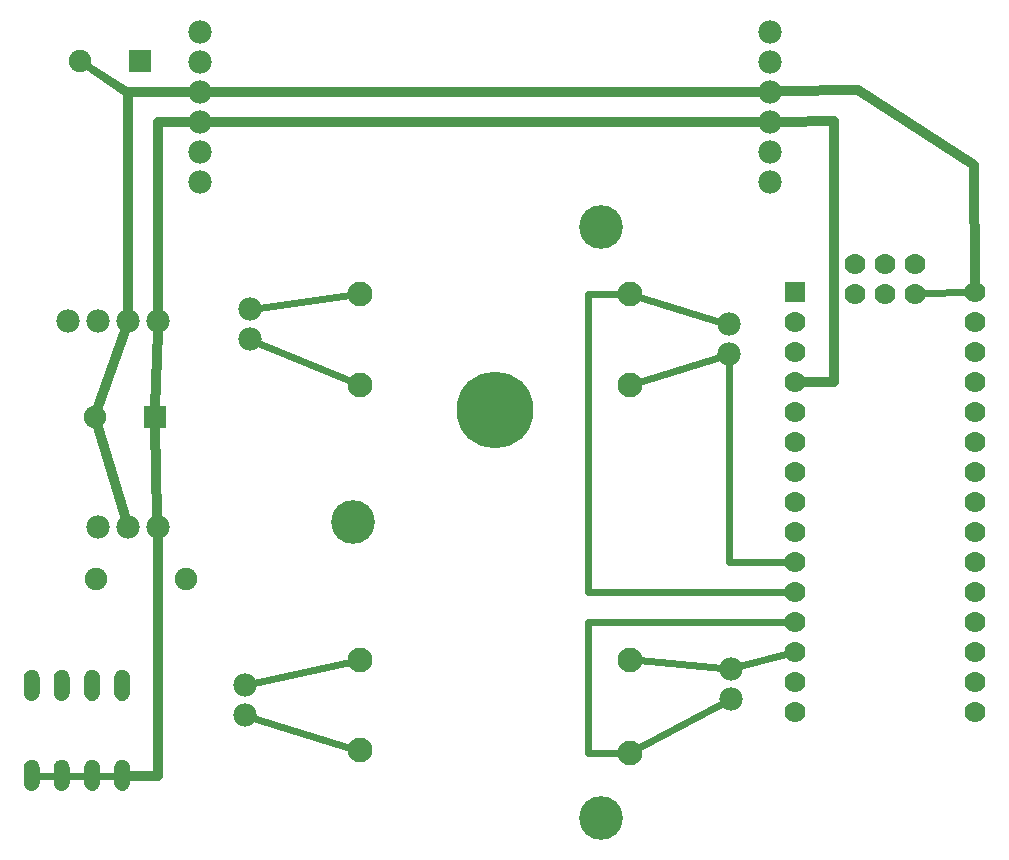
<source format=gbl>
G04 MADE WITH FRITZING*
G04 WWW.FRITZING.ORG*
G04 DOUBLE SIDED*
G04 HOLES PLATED*
G04 CONTOUR ON CENTER OF CONTOUR VECTOR*
%ASAXBY*%
%FSLAX23Y23*%
%MOIN*%
%OFA0B0*%
%SFA1.0B1.0*%
%ADD10C,0.052000*%
%ADD11C,0.075000*%
%ADD12C,0.082677*%
%ADD13C,0.255905*%
%ADD14C,0.145669*%
%ADD15C,0.070000*%
%ADD16C,0.078000*%
%ADD17R,0.069958X0.070000*%
%ADD18R,0.075000X0.075000*%
%ADD19C,0.024000*%
%ADD20C,0.032000*%
%ADD21R,0.001000X0.001000*%
%LNCOPPER0*%
G90*
G70*
G54D10*
X431Y415D03*
X531Y415D03*
X531Y715D03*
X431Y715D03*
X230Y415D03*
X330Y415D03*
X330Y715D03*
X230Y715D03*
G54D11*
X744Y1072D03*
X444Y1072D03*
G54D12*
X1322Y2020D03*
X1322Y1717D03*
X2222Y1717D03*
X2222Y2020D03*
X2222Y491D03*
X2222Y802D03*
X1322Y802D03*
X1322Y499D03*
G54D13*
X1772Y1633D03*
G54D14*
X2126Y2244D03*
X1299Y1259D03*
X2126Y275D03*
G54D12*
X1322Y2020D03*
X1322Y1717D03*
X2222Y1717D03*
X2222Y2020D03*
X2222Y491D03*
X2222Y802D03*
X1322Y802D03*
X1322Y499D03*
G54D13*
X1772Y1633D03*
G54D14*
X2126Y2244D03*
X1299Y1259D03*
X2126Y275D03*
G54D15*
X2772Y2027D03*
X2772Y1927D03*
X2772Y1827D03*
X2772Y1727D03*
X2772Y1627D03*
X2772Y1527D03*
X2772Y1427D03*
X2772Y1327D03*
X2772Y1227D03*
X2772Y1127D03*
X2772Y1027D03*
X2772Y927D03*
X2772Y827D03*
X2772Y727D03*
X2772Y627D03*
X3372Y2027D03*
X3372Y1927D03*
X3372Y1827D03*
X3372Y1727D03*
X3372Y1627D03*
X3372Y1527D03*
X3372Y1427D03*
X3372Y1327D03*
X3372Y1227D03*
X3372Y1127D03*
X3372Y1027D03*
X3372Y927D03*
X3372Y827D03*
X3372Y727D03*
X3372Y627D03*
X2972Y2122D03*
X2972Y2022D03*
X3072Y2122D03*
X3072Y2022D03*
X3172Y2122D03*
X3172Y2022D03*
G54D16*
X791Y2895D03*
X791Y2795D03*
X791Y2695D03*
X791Y2595D03*
X791Y2495D03*
X791Y2395D03*
X2689Y2895D03*
X2689Y2795D03*
X2689Y2695D03*
X2689Y2595D03*
X2689Y2495D03*
X2689Y2395D03*
X939Y617D03*
X939Y717D03*
X2559Y771D03*
X2559Y671D03*
X2552Y1919D03*
X2552Y1819D03*
X956Y1870D03*
X956Y1970D03*
X351Y1931D03*
X451Y1931D03*
X551Y1931D03*
X651Y1931D03*
X449Y1245D03*
X549Y1245D03*
X649Y1245D03*
G54D11*
X640Y1610D03*
X440Y1610D03*
X590Y2796D03*
X390Y2796D03*
G54D17*
X2772Y2027D03*
G54D18*
X640Y1610D03*
X590Y2796D03*
G54D19*
X544Y2700D02*
X390Y2796D01*
D02*
X761Y2696D02*
X544Y2700D01*
G54D20*
D02*
X651Y2595D02*
X755Y2595D01*
D02*
X651Y1967D02*
X651Y2595D01*
D02*
X2984Y2702D02*
X2724Y2696D01*
D02*
X3370Y2452D02*
X2984Y2702D01*
D02*
X3372Y2061D02*
X3370Y2452D01*
G54D19*
D02*
X3343Y2026D02*
X3202Y2023D01*
G54D20*
D02*
X2653Y2595D02*
X826Y2595D01*
D02*
X650Y1895D02*
X641Y1644D01*
D02*
X641Y1576D02*
X648Y1280D01*
D02*
X2902Y2596D02*
X2724Y2595D01*
D02*
X2902Y1727D02*
X2902Y2595D01*
D02*
X2807Y1727D02*
X2902Y1727D01*
D02*
X649Y415D02*
X564Y415D01*
D02*
X649Y1209D02*
X649Y415D01*
G54D19*
D02*
X257Y415D02*
X303Y415D01*
D02*
X357Y415D02*
X404Y415D01*
D02*
X458Y415D02*
X504Y415D01*
G54D20*
D02*
X450Y1578D02*
X539Y1279D01*
D02*
X539Y1897D02*
X451Y1643D01*
D02*
X2653Y2695D02*
X826Y2695D01*
D02*
X551Y1967D02*
X551Y2695D01*
D02*
X551Y2695D02*
X755Y2695D01*
G54D19*
D02*
X2533Y657D02*
X2251Y506D01*
D02*
X2529Y774D02*
X2254Y799D01*
D02*
X969Y723D02*
X1290Y795D01*
D02*
X2253Y1727D02*
X2523Y1810D01*
D02*
X2552Y1789D02*
X2552Y1127D01*
D02*
X2523Y1928D02*
X2253Y2010D01*
D02*
X543Y2692D02*
X761Y2695D01*
D02*
X414Y2780D02*
X543Y2692D01*
D02*
X986Y1974D02*
X1290Y2016D01*
D02*
X984Y1858D02*
X1292Y1730D01*
D02*
X1291Y508D02*
X968Y608D01*
D02*
X2743Y1027D02*
X2082Y1027D01*
D02*
X2082Y1027D02*
X2082Y2020D01*
D02*
X2082Y2020D02*
X2189Y2020D01*
D02*
X2552Y1127D02*
X2743Y1127D01*
D02*
X2588Y779D02*
X2744Y819D01*
D02*
X2082Y927D02*
X2743Y927D01*
D02*
X2082Y491D02*
X2082Y927D01*
D02*
X2189Y491D02*
X2082Y491D01*
G54D21*
X225Y768D02*
X234Y768D01*
X325Y768D02*
X334Y768D01*
X426Y768D02*
X435Y768D01*
X526Y768D02*
X535Y768D01*
X221Y767D02*
X237Y767D01*
X321Y767D02*
X337Y767D01*
X422Y767D02*
X439Y767D01*
X522Y767D02*
X539Y767D01*
X219Y766D02*
X240Y766D01*
X319Y766D02*
X340Y766D01*
X420Y766D02*
X441Y766D01*
X520Y766D02*
X541Y766D01*
X217Y765D02*
X241Y765D01*
X317Y765D02*
X341Y765D01*
X418Y765D02*
X443Y765D01*
X518Y765D02*
X543Y765D01*
X215Y764D02*
X243Y764D01*
X315Y764D02*
X343Y764D01*
X416Y764D02*
X445Y764D01*
X516Y764D02*
X545Y764D01*
X214Y763D02*
X244Y763D01*
X314Y763D02*
X344Y763D01*
X415Y763D02*
X446Y763D01*
X515Y763D02*
X546Y763D01*
X213Y762D02*
X246Y762D01*
X313Y762D02*
X346Y762D01*
X414Y762D02*
X447Y762D01*
X514Y762D02*
X547Y762D01*
X211Y761D02*
X247Y761D01*
X311Y761D02*
X347Y761D01*
X413Y761D02*
X448Y761D01*
X513Y761D02*
X548Y761D01*
X211Y760D02*
X248Y760D01*
X311Y760D02*
X348Y760D01*
X412Y760D02*
X449Y760D01*
X512Y760D02*
X549Y760D01*
X210Y759D02*
X249Y759D01*
X310Y759D02*
X349Y759D01*
X411Y759D02*
X450Y759D01*
X511Y759D02*
X550Y759D01*
X209Y758D02*
X249Y758D01*
X309Y758D02*
X349Y758D01*
X410Y758D02*
X451Y758D01*
X510Y758D02*
X551Y758D01*
X208Y757D02*
X250Y757D01*
X308Y757D02*
X350Y757D01*
X409Y757D02*
X451Y757D01*
X509Y757D02*
X551Y757D01*
X208Y756D02*
X251Y756D01*
X308Y756D02*
X351Y756D01*
X409Y756D02*
X452Y756D01*
X509Y756D02*
X552Y756D01*
X207Y755D02*
X251Y755D01*
X307Y755D02*
X351Y755D01*
X408Y755D02*
X453Y755D01*
X508Y755D02*
X553Y755D01*
X206Y754D02*
X252Y754D01*
X306Y754D02*
X352Y754D01*
X408Y754D02*
X453Y754D01*
X508Y754D02*
X553Y754D01*
X206Y753D02*
X252Y753D01*
X306Y753D02*
X352Y753D01*
X407Y753D02*
X454Y753D01*
X507Y753D02*
X554Y753D01*
X205Y752D02*
X253Y752D01*
X305Y752D02*
X353Y752D01*
X407Y752D02*
X454Y752D01*
X507Y752D02*
X554Y752D01*
X205Y751D02*
X253Y751D01*
X305Y751D02*
X353Y751D01*
X406Y751D02*
X454Y751D01*
X506Y751D02*
X554Y751D01*
X205Y750D02*
X254Y750D01*
X305Y750D02*
X354Y750D01*
X406Y750D02*
X455Y750D01*
X506Y750D02*
X555Y750D01*
X204Y749D02*
X254Y749D01*
X304Y749D02*
X354Y749D01*
X406Y749D02*
X455Y749D01*
X506Y749D02*
X555Y749D01*
X204Y748D02*
X254Y748D01*
X304Y748D02*
X354Y748D01*
X406Y748D02*
X455Y748D01*
X506Y748D02*
X555Y748D01*
X204Y747D02*
X254Y747D01*
X304Y747D02*
X354Y747D01*
X405Y747D02*
X456Y747D01*
X505Y747D02*
X556Y747D01*
X204Y746D02*
X254Y746D01*
X304Y746D02*
X354Y746D01*
X405Y746D02*
X456Y746D01*
X505Y746D02*
X556Y746D01*
X204Y745D02*
X255Y745D01*
X304Y745D02*
X355Y745D01*
X405Y745D02*
X456Y745D01*
X505Y745D02*
X556Y745D01*
X204Y744D02*
X255Y744D01*
X304Y744D02*
X355Y744D01*
X405Y744D02*
X456Y744D01*
X505Y744D02*
X556Y744D01*
X204Y743D02*
X255Y743D01*
X304Y743D02*
X355Y743D01*
X405Y743D02*
X456Y743D01*
X505Y743D02*
X556Y743D01*
X204Y742D02*
X255Y742D01*
X304Y742D02*
X355Y742D01*
X405Y742D02*
X456Y742D01*
X505Y742D02*
X556Y742D01*
X204Y741D02*
X255Y741D01*
X304Y741D02*
X355Y741D01*
X405Y741D02*
X456Y741D01*
X505Y741D02*
X556Y741D01*
X204Y740D02*
X255Y740D01*
X304Y740D02*
X355Y740D01*
X405Y740D02*
X456Y740D01*
X505Y740D02*
X556Y740D01*
X204Y739D02*
X255Y739D01*
X304Y739D02*
X355Y739D01*
X405Y739D02*
X456Y739D01*
X505Y739D02*
X556Y739D01*
X204Y738D02*
X255Y738D01*
X304Y738D02*
X355Y738D01*
X405Y738D02*
X456Y738D01*
X505Y738D02*
X556Y738D01*
X204Y737D02*
X255Y737D01*
X304Y737D02*
X355Y737D01*
X405Y737D02*
X456Y737D01*
X505Y737D02*
X556Y737D01*
X204Y736D02*
X255Y736D01*
X304Y736D02*
X355Y736D01*
X405Y736D02*
X456Y736D01*
X505Y736D02*
X556Y736D01*
X204Y735D02*
X255Y735D01*
X304Y735D02*
X355Y735D01*
X405Y735D02*
X456Y735D01*
X505Y735D02*
X556Y735D01*
X204Y734D02*
X255Y734D01*
X304Y734D02*
X355Y734D01*
X405Y734D02*
X456Y734D01*
X505Y734D02*
X556Y734D01*
X204Y733D02*
X255Y733D01*
X304Y733D02*
X355Y733D01*
X405Y733D02*
X456Y733D01*
X505Y733D02*
X556Y733D01*
X204Y732D02*
X225Y732D01*
X233Y732D02*
X255Y732D01*
X304Y732D02*
X325Y732D01*
X333Y732D02*
X355Y732D01*
X405Y732D02*
X426Y732D01*
X435Y732D02*
X456Y732D01*
X505Y732D02*
X526Y732D01*
X535Y732D02*
X556Y732D01*
X204Y731D02*
X222Y731D01*
X236Y731D02*
X255Y731D01*
X304Y731D02*
X322Y731D01*
X336Y731D02*
X355Y731D01*
X405Y731D02*
X423Y731D01*
X438Y731D02*
X456Y731D01*
X505Y731D02*
X523Y731D01*
X538Y731D02*
X556Y731D01*
X204Y730D02*
X220Y730D01*
X238Y730D02*
X255Y730D01*
X304Y730D02*
X320Y730D01*
X338Y730D02*
X355Y730D01*
X405Y730D02*
X421Y730D01*
X439Y730D02*
X456Y730D01*
X505Y730D02*
X521Y730D01*
X539Y730D02*
X556Y730D01*
X204Y729D02*
X219Y729D01*
X240Y729D02*
X255Y729D01*
X304Y729D02*
X319Y729D01*
X340Y729D02*
X355Y729D01*
X405Y729D02*
X420Y729D01*
X441Y729D02*
X456Y729D01*
X505Y729D02*
X520Y729D01*
X541Y729D02*
X556Y729D01*
X204Y728D02*
X218Y728D01*
X241Y728D02*
X255Y728D01*
X304Y728D02*
X318Y728D01*
X341Y728D02*
X355Y728D01*
X405Y728D02*
X419Y728D01*
X442Y728D02*
X456Y728D01*
X505Y728D02*
X519Y728D01*
X542Y728D02*
X556Y728D01*
X204Y727D02*
X217Y727D01*
X242Y727D02*
X255Y727D01*
X304Y727D02*
X317Y727D01*
X342Y727D02*
X355Y727D01*
X405Y727D02*
X418Y727D01*
X443Y727D02*
X456Y727D01*
X505Y727D02*
X518Y727D01*
X543Y727D02*
X556Y727D01*
X204Y726D02*
X216Y726D01*
X242Y726D02*
X255Y726D01*
X304Y726D02*
X316Y726D01*
X342Y726D02*
X355Y726D01*
X405Y726D02*
X417Y726D01*
X444Y726D02*
X456Y726D01*
X505Y726D02*
X517Y726D01*
X544Y726D02*
X556Y726D01*
X204Y725D02*
X215Y725D01*
X243Y725D02*
X255Y725D01*
X304Y725D02*
X315Y725D01*
X343Y725D02*
X355Y725D01*
X405Y725D02*
X416Y725D01*
X444Y725D02*
X456Y725D01*
X505Y725D02*
X516Y725D01*
X544Y725D02*
X556Y725D01*
X204Y724D02*
X215Y724D01*
X244Y724D02*
X255Y724D01*
X304Y724D02*
X315Y724D01*
X344Y724D02*
X355Y724D01*
X405Y724D02*
X416Y724D01*
X445Y724D02*
X456Y724D01*
X505Y724D02*
X516Y724D01*
X545Y724D02*
X556Y724D01*
X204Y723D02*
X214Y723D01*
X244Y723D02*
X255Y723D01*
X304Y723D02*
X314Y723D01*
X344Y723D02*
X355Y723D01*
X405Y723D02*
X415Y723D01*
X446Y723D02*
X456Y723D01*
X505Y723D02*
X515Y723D01*
X546Y723D02*
X556Y723D01*
X204Y722D02*
X214Y722D01*
X245Y722D02*
X255Y722D01*
X304Y722D02*
X314Y722D01*
X345Y722D02*
X355Y722D01*
X405Y722D02*
X415Y722D01*
X446Y722D02*
X456Y722D01*
X505Y722D02*
X515Y722D01*
X546Y722D02*
X556Y722D01*
X204Y721D02*
X213Y721D01*
X245Y721D02*
X255Y721D01*
X304Y721D02*
X313Y721D01*
X345Y721D02*
X355Y721D01*
X405Y721D02*
X415Y721D01*
X446Y721D02*
X456Y721D01*
X505Y721D02*
X515Y721D01*
X546Y721D02*
X556Y721D01*
X204Y720D02*
X213Y720D01*
X245Y720D02*
X255Y720D01*
X304Y720D02*
X313Y720D01*
X345Y720D02*
X355Y720D01*
X405Y720D02*
X414Y720D01*
X447Y720D02*
X456Y720D01*
X505Y720D02*
X514Y720D01*
X547Y720D02*
X556Y720D01*
X204Y719D02*
X213Y719D01*
X245Y719D02*
X255Y719D01*
X304Y719D02*
X313Y719D01*
X345Y719D02*
X355Y719D01*
X405Y719D02*
X414Y719D01*
X447Y719D02*
X456Y719D01*
X505Y719D02*
X514Y719D01*
X547Y719D02*
X556Y719D01*
X204Y718D02*
X213Y718D01*
X245Y718D02*
X255Y718D01*
X304Y718D02*
X313Y718D01*
X345Y718D02*
X355Y718D01*
X405Y718D02*
X414Y718D01*
X447Y718D02*
X456Y718D01*
X505Y718D02*
X514Y718D01*
X547Y718D02*
X556Y718D01*
X204Y717D02*
X213Y717D01*
X246Y717D02*
X255Y717D01*
X304Y717D02*
X313Y717D01*
X346Y717D02*
X355Y717D01*
X405Y717D02*
X414Y717D01*
X447Y717D02*
X456Y717D01*
X505Y717D02*
X514Y717D01*
X547Y717D02*
X556Y717D01*
X204Y716D02*
X213Y716D01*
X246Y716D02*
X255Y716D01*
X304Y716D02*
X313Y716D01*
X346Y716D02*
X355Y716D01*
X405Y716D02*
X414Y716D01*
X447Y716D02*
X456Y716D01*
X505Y716D02*
X514Y716D01*
X547Y716D02*
X556Y716D01*
X204Y715D02*
X213Y715D01*
X245Y715D02*
X255Y715D01*
X304Y715D02*
X313Y715D01*
X345Y715D02*
X355Y715D01*
X405Y715D02*
X414Y715D01*
X447Y715D02*
X456Y715D01*
X505Y715D02*
X514Y715D01*
X547Y715D02*
X556Y715D01*
X204Y714D02*
X213Y714D01*
X245Y714D02*
X255Y714D01*
X304Y714D02*
X313Y714D01*
X345Y714D02*
X355Y714D01*
X405Y714D02*
X414Y714D01*
X447Y714D02*
X456Y714D01*
X505Y714D02*
X514Y714D01*
X547Y714D02*
X556Y714D01*
X204Y713D02*
X213Y713D01*
X245Y713D02*
X255Y713D01*
X304Y713D02*
X313Y713D01*
X345Y713D02*
X355Y713D01*
X405Y713D02*
X414Y713D01*
X447Y713D02*
X456Y713D01*
X505Y713D02*
X514Y713D01*
X547Y713D02*
X556Y713D01*
X204Y712D02*
X213Y712D01*
X245Y712D02*
X255Y712D01*
X304Y712D02*
X313Y712D01*
X345Y712D02*
X355Y712D01*
X405Y712D02*
X415Y712D01*
X446Y712D02*
X456Y712D01*
X505Y712D02*
X515Y712D01*
X546Y712D02*
X556Y712D01*
X204Y711D02*
X214Y711D01*
X245Y711D02*
X255Y711D01*
X304Y711D02*
X314Y711D01*
X345Y711D02*
X355Y711D01*
X405Y711D02*
X415Y711D01*
X446Y711D02*
X456Y711D01*
X505Y711D02*
X515Y711D01*
X546Y711D02*
X556Y711D01*
X204Y710D02*
X214Y710D01*
X244Y710D02*
X255Y710D01*
X304Y710D02*
X314Y710D01*
X344Y710D02*
X355Y710D01*
X405Y710D02*
X415Y710D01*
X446Y710D02*
X456Y710D01*
X505Y710D02*
X515Y710D01*
X546Y710D02*
X556Y710D01*
X204Y709D02*
X215Y709D01*
X244Y709D02*
X255Y709D01*
X304Y709D02*
X315Y709D01*
X344Y709D02*
X355Y709D01*
X405Y709D02*
X416Y709D01*
X445Y709D02*
X456Y709D01*
X505Y709D02*
X516Y709D01*
X545Y709D02*
X556Y709D01*
X204Y708D02*
X215Y708D01*
X243Y708D02*
X255Y708D01*
X304Y708D02*
X315Y708D01*
X343Y708D02*
X355Y708D01*
X405Y708D02*
X416Y708D01*
X444Y708D02*
X456Y708D01*
X505Y708D02*
X516Y708D01*
X544Y708D02*
X556Y708D01*
X204Y707D02*
X216Y707D01*
X242Y707D02*
X255Y707D01*
X304Y707D02*
X316Y707D01*
X342Y707D02*
X355Y707D01*
X405Y707D02*
X417Y707D01*
X444Y707D02*
X456Y707D01*
X505Y707D02*
X517Y707D01*
X544Y707D02*
X556Y707D01*
X204Y706D02*
X217Y706D01*
X242Y706D02*
X255Y706D01*
X304Y706D02*
X317Y706D01*
X342Y706D02*
X355Y706D01*
X405Y706D02*
X418Y706D01*
X443Y706D02*
X456Y706D01*
X505Y706D02*
X518Y706D01*
X543Y706D02*
X556Y706D01*
X204Y705D02*
X218Y705D01*
X241Y705D02*
X255Y705D01*
X304Y705D02*
X318Y705D01*
X341Y705D02*
X355Y705D01*
X405Y705D02*
X419Y705D01*
X442Y705D02*
X456Y705D01*
X505Y705D02*
X519Y705D01*
X542Y705D02*
X556Y705D01*
X204Y704D02*
X219Y704D01*
X239Y704D02*
X255Y704D01*
X304Y704D02*
X319Y704D01*
X339Y704D02*
X355Y704D01*
X405Y704D02*
X420Y704D01*
X441Y704D02*
X456Y704D01*
X505Y704D02*
X520Y704D01*
X541Y704D02*
X556Y704D01*
X204Y703D02*
X220Y703D01*
X238Y703D02*
X255Y703D01*
X304Y703D02*
X320Y703D01*
X338Y703D02*
X355Y703D01*
X405Y703D02*
X421Y703D01*
X439Y703D02*
X456Y703D01*
X505Y703D02*
X521Y703D01*
X539Y703D02*
X556Y703D01*
X204Y702D02*
X222Y702D01*
X236Y702D02*
X255Y702D01*
X304Y702D02*
X322Y702D01*
X336Y702D02*
X355Y702D01*
X405Y702D02*
X423Y702D01*
X438Y702D02*
X456Y702D01*
X505Y702D02*
X523Y702D01*
X538Y702D02*
X556Y702D01*
X204Y701D02*
X225Y701D01*
X233Y701D02*
X255Y701D01*
X304Y701D02*
X325Y701D01*
X333Y701D02*
X355Y701D01*
X405Y701D02*
X426Y701D01*
X435Y701D02*
X456Y701D01*
X505Y701D02*
X526Y701D01*
X535Y701D02*
X556Y701D01*
X204Y700D02*
X255Y700D01*
X304Y700D02*
X355Y700D01*
X405Y700D02*
X456Y700D01*
X505Y700D02*
X556Y700D01*
X204Y699D02*
X255Y699D01*
X304Y699D02*
X355Y699D01*
X405Y699D02*
X456Y699D01*
X505Y699D02*
X556Y699D01*
X204Y698D02*
X255Y698D01*
X304Y698D02*
X355Y698D01*
X405Y698D02*
X456Y698D01*
X505Y698D02*
X556Y698D01*
X204Y697D02*
X255Y697D01*
X304Y697D02*
X355Y697D01*
X405Y697D02*
X456Y697D01*
X505Y697D02*
X556Y697D01*
X204Y696D02*
X255Y696D01*
X304Y696D02*
X355Y696D01*
X405Y696D02*
X456Y696D01*
X505Y696D02*
X556Y696D01*
X204Y695D02*
X255Y695D01*
X304Y695D02*
X355Y695D01*
X405Y695D02*
X456Y695D01*
X505Y695D02*
X556Y695D01*
X204Y694D02*
X255Y694D01*
X304Y694D02*
X355Y694D01*
X405Y694D02*
X456Y694D01*
X505Y694D02*
X556Y694D01*
X204Y693D02*
X255Y693D01*
X304Y693D02*
X355Y693D01*
X405Y693D02*
X456Y693D01*
X505Y693D02*
X556Y693D01*
X204Y692D02*
X255Y692D01*
X304Y692D02*
X355Y692D01*
X405Y692D02*
X456Y692D01*
X505Y692D02*
X556Y692D01*
X204Y691D02*
X255Y691D01*
X304Y691D02*
X355Y691D01*
X405Y691D02*
X456Y691D01*
X505Y691D02*
X556Y691D01*
X204Y690D02*
X255Y690D01*
X304Y690D02*
X355Y690D01*
X405Y690D02*
X456Y690D01*
X505Y690D02*
X556Y690D01*
X204Y689D02*
X255Y689D01*
X304Y689D02*
X355Y689D01*
X405Y689D02*
X456Y689D01*
X505Y689D02*
X556Y689D01*
X204Y688D02*
X255Y688D01*
X304Y688D02*
X355Y688D01*
X405Y688D02*
X456Y688D01*
X505Y688D02*
X556Y688D01*
X204Y687D02*
X254Y687D01*
X304Y687D02*
X354Y687D01*
X405Y687D02*
X456Y687D01*
X505Y687D02*
X556Y687D01*
X204Y686D02*
X254Y686D01*
X304Y686D02*
X354Y686D01*
X405Y686D02*
X456Y686D01*
X505Y686D02*
X556Y686D01*
X204Y685D02*
X254Y685D01*
X304Y685D02*
X354Y685D01*
X406Y685D02*
X455Y685D01*
X506Y685D02*
X555Y685D01*
X204Y684D02*
X254Y684D01*
X304Y684D02*
X354Y684D01*
X406Y684D02*
X455Y684D01*
X506Y684D02*
X555Y684D01*
X205Y683D02*
X254Y683D01*
X305Y683D02*
X354Y683D01*
X406Y683D02*
X455Y683D01*
X506Y683D02*
X555Y683D01*
X205Y682D02*
X253Y682D01*
X305Y682D02*
X353Y682D01*
X406Y682D02*
X454Y682D01*
X506Y682D02*
X554Y682D01*
X205Y681D02*
X253Y681D01*
X305Y681D02*
X353Y681D01*
X407Y681D02*
X454Y681D01*
X507Y681D02*
X554Y681D01*
X206Y680D02*
X252Y680D01*
X306Y680D02*
X352Y680D01*
X407Y680D02*
X454Y680D01*
X507Y680D02*
X554Y680D01*
X206Y679D02*
X252Y679D01*
X306Y679D02*
X352Y679D01*
X408Y679D02*
X453Y679D01*
X508Y679D02*
X553Y679D01*
X207Y678D02*
X251Y678D01*
X307Y678D02*
X351Y678D01*
X408Y678D02*
X453Y678D01*
X508Y678D02*
X553Y678D01*
X208Y677D02*
X251Y677D01*
X308Y677D02*
X351Y677D01*
X409Y677D02*
X452Y677D01*
X509Y677D02*
X552Y677D01*
X208Y676D02*
X250Y676D01*
X308Y676D02*
X350Y676D01*
X409Y676D02*
X451Y676D01*
X509Y676D02*
X551Y676D01*
X209Y675D02*
X249Y675D01*
X309Y675D02*
X349Y675D01*
X410Y675D02*
X451Y675D01*
X510Y675D02*
X551Y675D01*
X210Y674D02*
X249Y674D01*
X310Y674D02*
X349Y674D01*
X411Y674D02*
X450Y674D01*
X511Y674D02*
X550Y674D01*
X211Y673D02*
X248Y673D01*
X311Y673D02*
X348Y673D01*
X412Y673D02*
X449Y673D01*
X512Y673D02*
X549Y673D01*
X211Y672D02*
X247Y672D01*
X311Y672D02*
X347Y672D01*
X413Y672D02*
X448Y672D01*
X513Y672D02*
X548Y672D01*
X213Y671D02*
X246Y671D01*
X313Y671D02*
X346Y671D01*
X414Y671D02*
X447Y671D01*
X514Y671D02*
X547Y671D01*
X214Y670D02*
X244Y670D01*
X314Y670D02*
X344Y670D01*
X415Y670D02*
X446Y670D01*
X515Y670D02*
X546Y670D01*
X215Y669D02*
X243Y669D01*
X315Y669D02*
X343Y669D01*
X416Y669D02*
X444Y669D01*
X516Y669D02*
X544Y669D01*
X217Y668D02*
X241Y668D01*
X317Y668D02*
X341Y668D01*
X418Y668D02*
X443Y668D01*
X518Y668D02*
X543Y668D01*
X219Y667D02*
X240Y667D01*
X319Y667D02*
X340Y667D01*
X420Y667D02*
X441Y667D01*
X520Y667D02*
X541Y667D01*
X221Y666D02*
X237Y666D01*
X321Y666D02*
X337Y666D01*
X422Y666D02*
X438Y666D01*
X522Y666D02*
X538Y666D01*
X225Y665D02*
X233Y665D01*
X325Y665D02*
X333Y665D01*
X426Y665D02*
X435Y665D01*
X526Y665D02*
X535Y665D01*
X224Y468D02*
X234Y468D01*
X324Y468D02*
X334Y468D01*
X426Y468D02*
X435Y468D01*
X526Y468D02*
X535Y468D01*
X221Y467D02*
X237Y467D01*
X321Y467D02*
X337Y467D01*
X422Y467D02*
X439Y467D01*
X522Y467D02*
X539Y467D01*
X219Y466D02*
X240Y466D01*
X319Y466D02*
X340Y466D01*
X420Y466D02*
X441Y466D01*
X520Y466D02*
X541Y466D01*
X217Y465D02*
X242Y465D01*
X317Y465D02*
X342Y465D01*
X418Y465D02*
X443Y465D01*
X518Y465D02*
X543Y465D01*
X215Y464D02*
X243Y464D01*
X315Y464D02*
X343Y464D01*
X416Y464D02*
X445Y464D01*
X516Y464D02*
X545Y464D01*
X214Y463D02*
X245Y463D01*
X314Y463D02*
X345Y463D01*
X415Y463D02*
X446Y463D01*
X515Y463D02*
X546Y463D01*
X213Y462D02*
X246Y462D01*
X312Y462D02*
X346Y462D01*
X414Y462D02*
X447Y462D01*
X514Y462D02*
X547Y462D01*
X211Y461D02*
X247Y461D01*
X311Y461D02*
X347Y461D01*
X413Y461D02*
X448Y461D01*
X513Y461D02*
X548Y461D01*
X210Y460D02*
X248Y460D01*
X310Y460D02*
X348Y460D01*
X412Y460D02*
X449Y460D01*
X512Y460D02*
X549Y460D01*
X210Y459D02*
X249Y459D01*
X310Y459D02*
X349Y459D01*
X411Y459D02*
X450Y459D01*
X511Y459D02*
X550Y459D01*
X209Y458D02*
X249Y458D01*
X309Y458D02*
X349Y458D01*
X410Y458D02*
X451Y458D01*
X510Y458D02*
X551Y458D01*
X208Y457D02*
X250Y457D01*
X308Y457D02*
X350Y457D01*
X409Y457D02*
X452Y457D01*
X509Y457D02*
X552Y457D01*
X207Y456D02*
X251Y456D01*
X307Y456D02*
X351Y456D01*
X409Y456D02*
X452Y456D01*
X509Y456D02*
X552Y456D01*
X207Y455D02*
X251Y455D01*
X307Y455D02*
X351Y455D01*
X408Y455D02*
X453Y455D01*
X508Y455D02*
X553Y455D01*
X206Y454D02*
X252Y454D01*
X306Y454D02*
X352Y454D01*
X408Y454D02*
X453Y454D01*
X508Y454D02*
X553Y454D01*
X206Y453D02*
X252Y453D01*
X306Y453D02*
X352Y453D01*
X407Y453D02*
X454Y453D01*
X507Y453D02*
X554Y453D01*
X205Y452D02*
X253Y452D01*
X305Y452D02*
X353Y452D01*
X407Y452D02*
X454Y452D01*
X507Y452D02*
X554Y452D01*
X205Y451D02*
X253Y451D01*
X305Y451D02*
X353Y451D01*
X406Y451D02*
X455Y451D01*
X506Y451D02*
X555Y451D01*
X205Y450D02*
X254Y450D01*
X305Y450D02*
X354Y450D01*
X406Y450D02*
X455Y450D01*
X506Y450D02*
X555Y450D01*
X204Y449D02*
X254Y449D01*
X304Y449D02*
X354Y449D01*
X406Y449D02*
X455Y449D01*
X506Y449D02*
X555Y449D01*
X204Y448D02*
X254Y448D01*
X304Y448D02*
X354Y448D01*
X406Y448D02*
X455Y448D01*
X506Y448D02*
X555Y448D01*
X204Y447D02*
X254Y447D01*
X304Y447D02*
X354Y447D01*
X405Y447D02*
X456Y447D01*
X505Y447D02*
X556Y447D01*
X204Y446D02*
X254Y446D01*
X304Y446D02*
X354Y446D01*
X405Y446D02*
X456Y446D01*
X505Y446D02*
X556Y446D01*
X204Y445D02*
X255Y445D01*
X304Y445D02*
X355Y445D01*
X405Y445D02*
X456Y445D01*
X505Y445D02*
X556Y445D01*
X204Y444D02*
X255Y444D01*
X304Y444D02*
X355Y444D01*
X405Y444D02*
X456Y444D01*
X505Y444D02*
X556Y444D01*
X204Y443D02*
X255Y443D01*
X304Y443D02*
X355Y443D01*
X405Y443D02*
X456Y443D01*
X505Y443D02*
X556Y443D01*
X204Y442D02*
X255Y442D01*
X304Y442D02*
X355Y442D01*
X405Y442D02*
X456Y442D01*
X505Y442D02*
X556Y442D01*
X204Y441D02*
X255Y441D01*
X304Y441D02*
X355Y441D01*
X405Y441D02*
X456Y441D01*
X505Y441D02*
X556Y441D01*
X204Y440D02*
X255Y440D01*
X304Y440D02*
X355Y440D01*
X405Y440D02*
X456Y440D01*
X505Y440D02*
X556Y440D01*
X204Y439D02*
X255Y439D01*
X304Y439D02*
X355Y439D01*
X405Y439D02*
X456Y439D01*
X505Y439D02*
X556Y439D01*
X204Y438D02*
X255Y438D01*
X304Y438D02*
X355Y438D01*
X405Y438D02*
X456Y438D01*
X505Y438D02*
X556Y438D01*
X204Y437D02*
X255Y437D01*
X304Y437D02*
X355Y437D01*
X405Y437D02*
X456Y437D01*
X505Y437D02*
X556Y437D01*
X204Y436D02*
X255Y436D01*
X304Y436D02*
X355Y436D01*
X405Y436D02*
X456Y436D01*
X505Y436D02*
X556Y436D01*
X204Y435D02*
X255Y435D01*
X304Y435D02*
X355Y435D01*
X405Y435D02*
X456Y435D01*
X505Y435D02*
X556Y435D01*
X204Y434D02*
X255Y434D01*
X304Y434D02*
X355Y434D01*
X405Y434D02*
X456Y434D01*
X505Y434D02*
X556Y434D01*
X204Y433D02*
X255Y433D01*
X304Y433D02*
X355Y433D01*
X405Y433D02*
X456Y433D01*
X505Y433D02*
X556Y433D01*
X204Y432D02*
X225Y432D01*
X234Y432D02*
X255Y432D01*
X304Y432D02*
X325Y432D01*
X334Y432D02*
X355Y432D01*
X405Y432D02*
X426Y432D01*
X435Y432D02*
X456Y432D01*
X505Y432D02*
X526Y432D01*
X535Y432D02*
X556Y432D01*
X204Y431D02*
X222Y431D01*
X236Y431D02*
X255Y431D01*
X304Y431D02*
X322Y431D01*
X336Y431D02*
X355Y431D01*
X405Y431D02*
X423Y431D01*
X438Y431D02*
X456Y431D01*
X505Y431D02*
X523Y431D01*
X538Y431D02*
X556Y431D01*
X204Y430D02*
X220Y430D01*
X238Y430D02*
X255Y430D01*
X304Y430D02*
X320Y430D01*
X338Y430D02*
X355Y430D01*
X405Y430D02*
X421Y430D01*
X440Y430D02*
X456Y430D01*
X505Y430D02*
X521Y430D01*
X540Y430D02*
X556Y430D01*
X204Y429D02*
X219Y429D01*
X240Y429D02*
X255Y429D01*
X304Y429D02*
X319Y429D01*
X340Y429D02*
X355Y429D01*
X405Y429D02*
X420Y429D01*
X441Y429D02*
X456Y429D01*
X505Y429D02*
X520Y429D01*
X541Y429D02*
X556Y429D01*
X204Y428D02*
X217Y428D01*
X241Y428D02*
X255Y428D01*
X304Y428D02*
X317Y428D01*
X341Y428D02*
X355Y428D01*
X405Y428D02*
X419Y428D01*
X442Y428D02*
X456Y428D01*
X505Y428D02*
X519Y428D01*
X542Y428D02*
X556Y428D01*
X204Y427D02*
X217Y427D01*
X242Y427D02*
X255Y427D01*
X304Y427D02*
X317Y427D01*
X342Y427D02*
X355Y427D01*
X405Y427D02*
X418Y427D01*
X443Y427D02*
X456Y427D01*
X505Y427D02*
X518Y427D01*
X543Y427D02*
X556Y427D01*
X204Y426D02*
X216Y426D01*
X243Y426D02*
X255Y426D01*
X304Y426D02*
X316Y426D01*
X343Y426D02*
X355Y426D01*
X405Y426D02*
X417Y426D01*
X444Y426D02*
X456Y426D01*
X505Y426D02*
X517Y426D01*
X544Y426D02*
X556Y426D01*
X204Y425D02*
X215Y425D01*
X243Y425D02*
X255Y425D01*
X304Y425D02*
X315Y425D01*
X343Y425D02*
X355Y425D01*
X405Y425D02*
X416Y425D01*
X444Y425D02*
X456Y425D01*
X505Y425D02*
X516Y425D01*
X544Y425D02*
X556Y425D01*
X204Y424D02*
X215Y424D01*
X244Y424D02*
X255Y424D01*
X304Y424D02*
X315Y424D01*
X344Y424D02*
X355Y424D01*
X405Y424D02*
X416Y424D01*
X445Y424D02*
X456Y424D01*
X505Y424D02*
X516Y424D01*
X545Y424D02*
X556Y424D01*
X204Y423D02*
X214Y423D01*
X244Y423D02*
X255Y423D01*
X304Y423D02*
X314Y423D01*
X344Y423D02*
X355Y423D01*
X405Y423D02*
X415Y423D01*
X446Y423D02*
X456Y423D01*
X505Y423D02*
X515Y423D01*
X546Y423D02*
X556Y423D01*
X204Y422D02*
X214Y422D01*
X245Y422D02*
X255Y422D01*
X304Y422D02*
X314Y422D01*
X345Y422D02*
X355Y422D01*
X405Y422D02*
X415Y422D01*
X446Y422D02*
X456Y422D01*
X505Y422D02*
X515Y422D01*
X546Y422D02*
X556Y422D01*
X204Y421D02*
X213Y421D01*
X245Y421D02*
X255Y421D01*
X304Y421D02*
X313Y421D01*
X345Y421D02*
X355Y421D01*
X405Y421D02*
X415Y421D01*
X446Y421D02*
X456Y421D01*
X505Y421D02*
X515Y421D01*
X546Y421D02*
X556Y421D01*
X204Y420D02*
X213Y420D01*
X245Y420D02*
X255Y420D01*
X304Y420D02*
X313Y420D01*
X345Y420D02*
X355Y420D01*
X405Y420D02*
X414Y420D01*
X447Y420D02*
X456Y420D01*
X505Y420D02*
X514Y420D01*
X547Y420D02*
X556Y420D01*
X204Y419D02*
X213Y419D01*
X245Y419D02*
X255Y419D01*
X304Y419D02*
X313Y419D01*
X345Y419D02*
X355Y419D01*
X405Y419D02*
X414Y419D01*
X447Y419D02*
X456Y419D01*
X505Y419D02*
X514Y419D01*
X547Y419D02*
X556Y419D01*
X204Y418D02*
X213Y418D01*
X245Y418D02*
X255Y418D01*
X304Y418D02*
X313Y418D01*
X345Y418D02*
X355Y418D01*
X405Y418D02*
X414Y418D01*
X447Y418D02*
X456Y418D01*
X505Y418D02*
X514Y418D01*
X547Y418D02*
X556Y418D01*
X204Y417D02*
X213Y417D01*
X246Y417D02*
X255Y417D01*
X304Y417D02*
X313Y417D01*
X346Y417D02*
X355Y417D01*
X405Y417D02*
X414Y417D01*
X447Y417D02*
X456Y417D01*
X505Y417D02*
X514Y417D01*
X547Y417D02*
X556Y417D01*
X204Y416D02*
X213Y416D01*
X246Y416D02*
X255Y416D01*
X304Y416D02*
X313Y416D01*
X346Y416D02*
X355Y416D01*
X405Y416D02*
X414Y416D01*
X447Y416D02*
X456Y416D01*
X505Y416D02*
X514Y416D01*
X547Y416D02*
X556Y416D01*
X204Y415D02*
X213Y415D01*
X245Y415D02*
X255Y415D01*
X304Y415D02*
X313Y415D01*
X345Y415D02*
X355Y415D01*
X405Y415D02*
X414Y415D01*
X447Y415D02*
X456Y415D01*
X505Y415D02*
X514Y415D01*
X547Y415D02*
X556Y415D01*
X204Y414D02*
X213Y414D01*
X245Y414D02*
X255Y414D01*
X304Y414D02*
X313Y414D01*
X345Y414D02*
X355Y414D01*
X405Y414D02*
X414Y414D01*
X447Y414D02*
X456Y414D01*
X505Y414D02*
X514Y414D01*
X547Y414D02*
X556Y414D01*
X204Y413D02*
X213Y413D01*
X245Y413D02*
X255Y413D01*
X304Y413D02*
X313Y413D01*
X345Y413D02*
X355Y413D01*
X405Y413D02*
X414Y413D01*
X446Y413D02*
X456Y413D01*
X505Y413D02*
X514Y413D01*
X546Y413D02*
X556Y413D01*
X204Y412D02*
X213Y412D01*
X245Y412D02*
X255Y412D01*
X304Y412D02*
X313Y412D01*
X345Y412D02*
X355Y412D01*
X405Y412D02*
X415Y412D01*
X446Y412D02*
X456Y412D01*
X505Y412D02*
X515Y412D01*
X546Y412D02*
X556Y412D01*
X204Y411D02*
X214Y411D01*
X245Y411D02*
X255Y411D01*
X304Y411D02*
X314Y411D01*
X345Y411D02*
X355Y411D01*
X405Y411D02*
X415Y411D01*
X446Y411D02*
X456Y411D01*
X505Y411D02*
X515Y411D01*
X546Y411D02*
X556Y411D01*
X204Y410D02*
X214Y410D01*
X244Y410D02*
X255Y410D01*
X304Y410D02*
X314Y410D01*
X344Y410D02*
X355Y410D01*
X405Y410D02*
X415Y410D01*
X445Y410D02*
X456Y410D01*
X505Y410D02*
X515Y410D01*
X545Y410D02*
X556Y410D01*
X204Y409D02*
X215Y409D01*
X244Y409D02*
X255Y409D01*
X304Y409D02*
X315Y409D01*
X344Y409D02*
X355Y409D01*
X405Y409D02*
X416Y409D01*
X445Y409D02*
X456Y409D01*
X505Y409D02*
X516Y409D01*
X545Y409D02*
X556Y409D01*
X204Y408D02*
X215Y408D01*
X243Y408D02*
X255Y408D01*
X304Y408D02*
X315Y408D01*
X343Y408D02*
X355Y408D01*
X405Y408D02*
X416Y408D01*
X444Y408D02*
X456Y408D01*
X505Y408D02*
X516Y408D01*
X544Y408D02*
X556Y408D01*
X204Y407D02*
X216Y407D01*
X242Y407D02*
X255Y407D01*
X304Y407D02*
X316Y407D01*
X342Y407D02*
X355Y407D01*
X405Y407D02*
X417Y407D01*
X444Y407D02*
X456Y407D01*
X505Y407D02*
X517Y407D01*
X544Y407D02*
X556Y407D01*
X204Y406D02*
X217Y406D01*
X242Y406D02*
X255Y406D01*
X304Y406D02*
X317Y406D01*
X342Y406D02*
X355Y406D01*
X405Y406D02*
X418Y406D01*
X443Y406D02*
X456Y406D01*
X505Y406D02*
X518Y406D01*
X543Y406D02*
X556Y406D01*
X204Y405D02*
X218Y405D01*
X241Y405D02*
X255Y405D01*
X304Y405D02*
X318Y405D01*
X341Y405D02*
X355Y405D01*
X405Y405D02*
X419Y405D01*
X442Y405D02*
X456Y405D01*
X505Y405D02*
X519Y405D01*
X542Y405D02*
X556Y405D01*
X204Y404D02*
X219Y404D01*
X239Y404D02*
X255Y404D01*
X304Y404D02*
X319Y404D01*
X339Y404D02*
X355Y404D01*
X405Y404D02*
X420Y404D01*
X441Y404D02*
X456Y404D01*
X505Y404D02*
X520Y404D01*
X541Y404D02*
X556Y404D01*
X204Y403D02*
X220Y403D01*
X238Y403D02*
X255Y403D01*
X304Y403D02*
X320Y403D01*
X338Y403D02*
X355Y403D01*
X405Y403D02*
X422Y403D01*
X439Y403D02*
X456Y403D01*
X505Y403D02*
X522Y403D01*
X539Y403D02*
X556Y403D01*
X204Y402D02*
X222Y402D01*
X236Y402D02*
X255Y402D01*
X304Y402D02*
X322Y402D01*
X336Y402D02*
X355Y402D01*
X405Y402D02*
X423Y402D01*
X437Y402D02*
X456Y402D01*
X505Y402D02*
X523Y402D01*
X537Y402D02*
X556Y402D01*
X204Y401D02*
X225Y401D01*
X233Y401D02*
X255Y401D01*
X304Y401D02*
X325Y401D01*
X333Y401D02*
X355Y401D01*
X405Y401D02*
X427Y401D01*
X434Y401D02*
X456Y401D01*
X505Y401D02*
X526Y401D01*
X534Y401D02*
X556Y401D01*
X204Y400D02*
X255Y400D01*
X304Y400D02*
X355Y400D01*
X405Y400D02*
X456Y400D01*
X505Y400D02*
X556Y400D01*
X204Y399D02*
X255Y399D01*
X304Y399D02*
X355Y399D01*
X405Y399D02*
X456Y399D01*
X505Y399D02*
X556Y399D01*
X204Y398D02*
X255Y398D01*
X304Y398D02*
X355Y398D01*
X405Y398D02*
X456Y398D01*
X505Y398D02*
X556Y398D01*
X204Y397D02*
X255Y397D01*
X304Y397D02*
X355Y397D01*
X405Y397D02*
X456Y397D01*
X505Y397D02*
X556Y397D01*
X204Y396D02*
X255Y396D01*
X304Y396D02*
X355Y396D01*
X405Y396D02*
X456Y396D01*
X505Y396D02*
X556Y396D01*
X204Y395D02*
X255Y395D01*
X304Y395D02*
X355Y395D01*
X405Y395D02*
X456Y395D01*
X505Y395D02*
X556Y395D01*
X204Y394D02*
X255Y394D01*
X304Y394D02*
X355Y394D01*
X405Y394D02*
X456Y394D01*
X505Y394D02*
X556Y394D01*
X204Y393D02*
X255Y393D01*
X304Y393D02*
X355Y393D01*
X405Y393D02*
X456Y393D01*
X505Y393D02*
X556Y393D01*
X204Y392D02*
X255Y392D01*
X304Y392D02*
X355Y392D01*
X405Y392D02*
X456Y392D01*
X505Y392D02*
X556Y392D01*
X204Y391D02*
X255Y391D01*
X304Y391D02*
X355Y391D01*
X405Y391D02*
X456Y391D01*
X505Y391D02*
X556Y391D01*
X204Y390D02*
X255Y390D01*
X304Y390D02*
X355Y390D01*
X405Y390D02*
X456Y390D01*
X505Y390D02*
X556Y390D01*
X204Y389D02*
X255Y389D01*
X304Y389D02*
X355Y389D01*
X405Y389D02*
X456Y389D01*
X505Y389D02*
X556Y389D01*
X204Y388D02*
X255Y388D01*
X304Y388D02*
X354Y388D01*
X405Y388D02*
X456Y388D01*
X505Y388D02*
X556Y388D01*
X204Y387D02*
X254Y387D01*
X304Y387D02*
X354Y387D01*
X405Y387D02*
X456Y387D01*
X505Y387D02*
X556Y387D01*
X204Y386D02*
X254Y386D01*
X304Y386D02*
X354Y386D01*
X405Y386D02*
X456Y386D01*
X505Y386D02*
X556Y386D01*
X204Y385D02*
X254Y385D01*
X304Y385D02*
X354Y385D01*
X406Y385D02*
X455Y385D01*
X506Y385D02*
X555Y385D01*
X205Y384D02*
X254Y384D01*
X305Y384D02*
X354Y384D01*
X406Y384D02*
X455Y384D01*
X506Y384D02*
X555Y384D01*
X205Y383D02*
X254Y383D01*
X305Y383D02*
X354Y383D01*
X406Y383D02*
X455Y383D01*
X506Y383D02*
X555Y383D01*
X205Y382D02*
X253Y382D01*
X305Y382D02*
X353Y382D01*
X406Y382D02*
X454Y382D01*
X506Y382D02*
X554Y382D01*
X205Y381D02*
X253Y381D01*
X305Y381D02*
X353Y381D01*
X407Y381D02*
X454Y381D01*
X507Y381D02*
X554Y381D01*
X206Y380D02*
X252Y380D01*
X306Y380D02*
X352Y380D01*
X407Y380D02*
X454Y380D01*
X507Y380D02*
X554Y380D01*
X206Y379D02*
X252Y379D01*
X306Y379D02*
X352Y379D01*
X408Y379D02*
X453Y379D01*
X508Y379D02*
X553Y379D01*
X207Y378D02*
X251Y378D01*
X307Y378D02*
X351Y378D01*
X408Y378D02*
X453Y378D01*
X508Y378D02*
X553Y378D01*
X208Y377D02*
X251Y377D01*
X308Y377D02*
X351Y377D01*
X409Y377D02*
X452Y377D01*
X509Y377D02*
X552Y377D01*
X208Y376D02*
X250Y376D01*
X308Y376D02*
X350Y376D01*
X409Y376D02*
X451Y376D01*
X509Y376D02*
X551Y376D01*
X209Y375D02*
X249Y375D01*
X309Y375D02*
X349Y375D01*
X410Y375D02*
X451Y375D01*
X510Y375D02*
X551Y375D01*
X210Y374D02*
X249Y374D01*
X310Y374D02*
X348Y374D01*
X411Y374D02*
X450Y374D01*
X511Y374D02*
X550Y374D01*
X211Y373D02*
X248Y373D01*
X311Y373D02*
X348Y373D01*
X412Y373D02*
X449Y373D01*
X512Y373D02*
X549Y373D01*
X212Y372D02*
X247Y372D01*
X312Y372D02*
X347Y372D01*
X413Y372D02*
X448Y372D01*
X513Y372D02*
X548Y372D01*
X213Y371D02*
X246Y371D01*
X313Y371D02*
X346Y371D01*
X414Y371D02*
X447Y371D01*
X514Y371D02*
X547Y371D01*
X214Y370D02*
X244Y370D01*
X314Y370D02*
X344Y370D01*
X415Y370D02*
X446Y370D01*
X515Y370D02*
X546Y370D01*
X215Y369D02*
X243Y369D01*
X315Y369D02*
X343Y369D01*
X417Y369D02*
X444Y369D01*
X517Y369D02*
X544Y369D01*
X217Y368D02*
X241Y368D01*
X317Y368D02*
X341Y368D01*
X418Y368D02*
X443Y368D01*
X518Y368D02*
X543Y368D01*
X219Y367D02*
X239Y367D01*
X319Y367D02*
X339Y367D01*
X420Y367D02*
X441Y367D01*
X520Y367D02*
X541Y367D01*
X221Y366D02*
X237Y366D01*
X321Y366D02*
X337Y366D01*
X423Y366D02*
X438Y366D01*
X523Y366D02*
X538Y366D01*
X225Y365D02*
X233Y365D01*
X325Y365D02*
X333Y365D01*
X427Y365D02*
X434Y365D01*
X527Y365D02*
X534Y365D01*
D02*
G04 End of Copper0*
M02*
</source>
